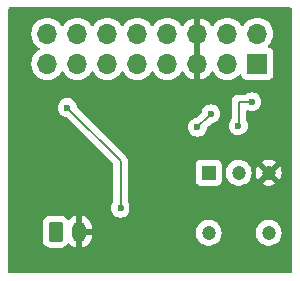
<source format=gbr>
%TF.GenerationSoftware,KiCad,Pcbnew,8.0.1*%
%TF.CreationDate,2024-03-24T19:04:35+02:00*%
%TF.ProjectId,PowerKiCad-CLRMAT005,506f7765-724b-4694-9361-642d434c524d,rev?*%
%TF.SameCoordinates,Original*%
%TF.FileFunction,Copper,L2,Bot*%
%TF.FilePolarity,Positive*%
%FSLAX46Y46*%
G04 Gerber Fmt 4.6, Leading zero omitted, Abs format (unit mm)*
G04 Created by KiCad (PCBNEW 8.0.1) date 2024-03-24 19:04:35*
%MOMM*%
%LPD*%
G01*
G04 APERTURE LIST*
G04 Aperture macros list*
%AMRoundRect*
0 Rectangle with rounded corners*
0 $1 Rounding radius*
0 $2 $3 $4 $5 $6 $7 $8 $9 X,Y pos of 4 corners*
0 Add a 4 corners polygon primitive as box body*
4,1,4,$2,$3,$4,$5,$6,$7,$8,$9,$2,$3,0*
0 Add four circle primitives for the rounded corners*
1,1,$1+$1,$2,$3*
1,1,$1+$1,$4,$5*
1,1,$1+$1,$6,$7*
1,1,$1+$1,$8,$9*
0 Add four rect primitives between the rounded corners*
20,1,$1+$1,$2,$3,$4,$5,0*
20,1,$1+$1,$4,$5,$6,$7,0*
20,1,$1+$1,$6,$7,$8,$9,0*
20,1,$1+$1,$8,$9,$2,$3,0*%
G04 Aperture macros list end*
%TA.AperFunction,ComponentPad*%
%ADD10C,1.200000*%
%TD*%
%TA.AperFunction,ComponentPad*%
%ADD11R,1.200000X1.200000*%
%TD*%
%TA.AperFunction,ComponentPad*%
%ADD12R,1.700000X1.700000*%
%TD*%
%TA.AperFunction,ComponentPad*%
%ADD13O,1.700000X1.700000*%
%TD*%
%TA.AperFunction,ComponentPad*%
%ADD14RoundRect,0.250000X-0.350000X-0.625000X0.350000X-0.625000X0.350000X0.625000X-0.350000X0.625000X0*%
%TD*%
%TA.AperFunction,ComponentPad*%
%ADD15O,1.200000X1.750000*%
%TD*%
%TA.AperFunction,ViaPad*%
%ADD16C,0.600000*%
%TD*%
%TA.AperFunction,Conductor*%
%ADD17C,0.400000*%
%TD*%
%TA.AperFunction,Conductor*%
%ADD18C,0.200000*%
%TD*%
G04 APERTURE END LIST*
D10*
%TO.P,SW1,*%
%TO.N,*%
X149960000Y-103080000D03*
X155040000Y-103080000D03*
D11*
%TO.P,SW1,1,A*%
%TO.N,/BATT*%
X149960000Y-98000000D03*
D10*
%TO.P,SW1,2,B*%
%TO.N,/BATT_IN*%
X152500000Y-98000000D03*
%TO.P,SW1,3,C*%
%TO.N,GND*%
X155040000Y-98000000D03*
%TD*%
D12*
%TO.P,J1,1,Pin_1*%
%TO.N,/Motor2_A*%
X154080000Y-88775000D03*
D13*
%TO.P,J1,2,Pin_2*%
%TO.N,/PC6*%
X154080000Y-86235000D03*
%TO.P,J1,3,Pin_3*%
%TO.N,/Motor2_B*%
X151540000Y-88775000D03*
%TO.P,J1,4,Pin_4*%
%TO.N,/PC7*%
X151540000Y-86235000D03*
%TO.P,J1,5,Pin_5*%
%TO.N,GND*%
X149000000Y-88775000D03*
%TO.P,J1,6,Pin_6*%
X149000000Y-86235000D03*
%TO.P,J1,7,Pin_7*%
%TO.N,/BATT*%
X146460000Y-88775000D03*
%TO.P,J1,8,Pin_8*%
X146460000Y-86235000D03*
%TO.P,J1,9,Pin_9*%
%TO.N,/PD7*%
X143920000Y-88775000D03*
%TO.P,J1,10,Pin_10*%
%TO.N,/BATT_ADC*%
X143920000Y-86235000D03*
%TO.P,J1,11,Pin_11*%
%TO.N,+5V*%
X141380000Y-88775000D03*
%TO.P,J1,12,Pin_12*%
X141380000Y-86235000D03*
%TO.P,J1,13,Pin_13*%
%TO.N,/Motor1_A*%
X138840000Y-88775000D03*
%TO.P,J1,14,Pin_14*%
%TO.N,/PC8*%
X138840000Y-86235000D03*
%TO.P,J1,15,Pin_15*%
%TO.N,/Motor1_B*%
X136300000Y-88775000D03*
%TO.P,J1,16,Pin_16*%
%TO.N,/PC9*%
X136300000Y-86235000D03*
%TD*%
D14*
%TO.P,J2,1,Pin_1*%
%TO.N,/BATT*%
X137000000Y-103000000D03*
D15*
%TO.P,J2,2,Pin_2*%
%TO.N,GND*%
X139000000Y-103000000D03*
%TD*%
D16*
%TO.N,GND*%
X146500000Y-95500000D03*
X155000000Y-96000000D03*
X150000000Y-84500000D03*
X143500000Y-101000000D03*
X151500000Y-96500000D03*
X136000000Y-94000000D03*
X143500000Y-98312500D03*
%TO.N,/BATT_ADC*%
X150145686Y-93014314D03*
X149014314Y-94145686D03*
%TO.N,/BATT_IN*%
X142500000Y-101000000D03*
X138000000Y-92500000D03*
X152473199Y-94026801D03*
X153600000Y-92000000D03*
%TD*%
D17*
%TO.N,GND*%
X143500000Y-98312500D02*
X143500000Y-101000000D01*
D18*
%TO.N,/BATT_ADC*%
X150000000Y-93160000D02*
X150000000Y-93000000D01*
X150131372Y-93000000D02*
X150145686Y-93014314D01*
X149014314Y-94145686D02*
X150000000Y-93160000D01*
X150000000Y-93000000D02*
X150131372Y-93000000D01*
%TO.N,/BATT_IN*%
X152500000Y-92000000D02*
X152500000Y-94000000D01*
X153600000Y-92000000D02*
X152500000Y-92000000D01*
X152500000Y-94000000D02*
X152473199Y-94026801D01*
X142500000Y-101000000D02*
X142500000Y-97000000D01*
X142500000Y-97000000D02*
X138000000Y-92500000D01*
%TD*%
%TA.AperFunction,Conductor*%
%TO.N,GND*%
G36*
X149250000Y-88341988D02*
G01*
X149192993Y-88309075D01*
X149065826Y-88275000D01*
X148934174Y-88275000D01*
X148807007Y-88309075D01*
X148750000Y-88341988D01*
X148750000Y-86668012D01*
X148807007Y-86700925D01*
X148934174Y-86735000D01*
X149065826Y-86735000D01*
X149192993Y-86700925D01*
X149250000Y-86668012D01*
X149250000Y-88341988D01*
G37*
%TD.AperFunction*%
%TA.AperFunction,Conductor*%
G36*
X156942539Y-84020185D02*
G01*
X156988294Y-84072989D01*
X156999500Y-84124500D01*
X156999500Y-106376000D01*
X156979815Y-106443039D01*
X156927011Y-106488794D01*
X156875500Y-106500000D01*
X133124500Y-106500000D01*
X133057461Y-106480315D01*
X133011706Y-106427511D01*
X133000500Y-106376000D01*
X133000500Y-103675001D01*
X135899500Y-103675001D01*
X135899501Y-103675018D01*
X135910000Y-103777796D01*
X135910001Y-103777799D01*
X135965185Y-103944331D01*
X135965186Y-103944334D01*
X136057288Y-104093656D01*
X136181344Y-104217712D01*
X136330666Y-104309814D01*
X136497203Y-104364999D01*
X136599991Y-104375500D01*
X137400008Y-104375499D01*
X137400016Y-104375498D01*
X137400019Y-104375498D01*
X137456302Y-104369748D01*
X137502797Y-104364999D01*
X137669334Y-104309814D01*
X137818656Y-104217712D01*
X137942712Y-104093656D01*
X137982581Y-104029016D01*
X138034525Y-103982294D01*
X138103488Y-103971071D01*
X138167570Y-103998914D01*
X138175799Y-104006434D01*
X138283397Y-104114032D01*
X138423475Y-104215804D01*
X138577744Y-104294408D01*
X138742415Y-104347914D01*
X138742414Y-104347914D01*
X138749999Y-104349115D01*
X138750000Y-104349114D01*
X138750000Y-103280330D01*
X138769745Y-103300075D01*
X138855255Y-103349444D01*
X138950630Y-103375000D01*
X139049370Y-103375000D01*
X139144745Y-103349444D01*
X139230255Y-103300075D01*
X139250000Y-103280330D01*
X139250000Y-104349115D01*
X139257584Y-104347914D01*
X139422255Y-104294408D01*
X139576524Y-104215804D01*
X139716602Y-104114032D01*
X139839032Y-103991602D01*
X139940804Y-103851524D01*
X140019408Y-103697257D01*
X140072914Y-103532584D01*
X140100000Y-103361571D01*
X140100000Y-103250000D01*
X139280330Y-103250000D01*
X139300075Y-103230255D01*
X139349444Y-103144745D01*
X139366793Y-103080000D01*
X148854785Y-103080000D01*
X148873602Y-103283082D01*
X148929417Y-103479247D01*
X148929422Y-103479260D01*
X149020327Y-103661821D01*
X149143237Y-103824581D01*
X149293958Y-103961980D01*
X149293960Y-103961982D01*
X149353608Y-103998914D01*
X149467363Y-104069348D01*
X149657544Y-104143024D01*
X149858024Y-104180500D01*
X149858026Y-104180500D01*
X150061974Y-104180500D01*
X150061976Y-104180500D01*
X150262456Y-104143024D01*
X150452637Y-104069348D01*
X150626041Y-103961981D01*
X150776764Y-103824579D01*
X150899673Y-103661821D01*
X150990582Y-103479250D01*
X151046397Y-103283083D01*
X151065215Y-103080000D01*
X153934785Y-103080000D01*
X153953602Y-103283082D01*
X154009417Y-103479247D01*
X154009422Y-103479260D01*
X154100327Y-103661821D01*
X154223237Y-103824581D01*
X154373958Y-103961980D01*
X154373960Y-103961982D01*
X154433608Y-103998914D01*
X154547363Y-104069348D01*
X154737544Y-104143024D01*
X154938024Y-104180500D01*
X154938026Y-104180500D01*
X155141974Y-104180500D01*
X155141976Y-104180500D01*
X155342456Y-104143024D01*
X155532637Y-104069348D01*
X155706041Y-103961981D01*
X155856764Y-103824579D01*
X155979673Y-103661821D01*
X156070582Y-103479250D01*
X156126397Y-103283083D01*
X156145215Y-103080000D01*
X156126397Y-102876917D01*
X156070582Y-102680750D01*
X156055547Y-102650556D01*
X156026272Y-102591764D01*
X155979673Y-102498179D01*
X155856764Y-102335421D01*
X155856762Y-102335418D01*
X155706041Y-102198019D01*
X155706039Y-102198017D01*
X155532642Y-102090655D01*
X155532635Y-102090651D01*
X155368460Y-102027050D01*
X155342456Y-102016976D01*
X155141976Y-101979500D01*
X154938024Y-101979500D01*
X154737544Y-102016976D01*
X154737541Y-102016976D01*
X154737541Y-102016977D01*
X154547364Y-102090651D01*
X154547357Y-102090655D01*
X154373960Y-102198017D01*
X154373958Y-102198019D01*
X154223237Y-102335418D01*
X154100327Y-102498178D01*
X154009422Y-102680739D01*
X154009417Y-102680752D01*
X153953602Y-102876917D01*
X153934785Y-103079999D01*
X153934785Y-103080000D01*
X151065215Y-103080000D01*
X151046397Y-102876917D01*
X150990582Y-102680750D01*
X150975547Y-102650556D01*
X150946272Y-102591764D01*
X150899673Y-102498179D01*
X150776764Y-102335421D01*
X150776762Y-102335418D01*
X150626041Y-102198019D01*
X150626039Y-102198017D01*
X150452642Y-102090655D01*
X150452635Y-102090651D01*
X150288460Y-102027050D01*
X150262456Y-102016976D01*
X150061976Y-101979500D01*
X149858024Y-101979500D01*
X149657544Y-102016976D01*
X149657541Y-102016976D01*
X149657541Y-102016977D01*
X149467364Y-102090651D01*
X149467357Y-102090655D01*
X149293960Y-102198017D01*
X149293958Y-102198019D01*
X149143237Y-102335418D01*
X149020327Y-102498178D01*
X148929422Y-102680739D01*
X148929417Y-102680752D01*
X148873602Y-102876917D01*
X148854785Y-103079999D01*
X148854785Y-103080000D01*
X139366793Y-103080000D01*
X139375000Y-103049370D01*
X139375000Y-102950630D01*
X139349444Y-102855255D01*
X139300075Y-102769745D01*
X139280330Y-102750000D01*
X140100000Y-102750000D01*
X140100000Y-102638428D01*
X140072914Y-102467415D01*
X140019408Y-102302742D01*
X139940804Y-102148475D01*
X139839032Y-102008397D01*
X139716602Y-101885967D01*
X139576524Y-101784195D01*
X139422257Y-101705591D01*
X139257589Y-101652087D01*
X139257581Y-101652085D01*
X139250000Y-101650884D01*
X139250000Y-102719670D01*
X139230255Y-102699925D01*
X139144745Y-102650556D01*
X139049370Y-102625000D01*
X138950630Y-102625000D01*
X138855255Y-102650556D01*
X138769745Y-102699925D01*
X138750000Y-102719670D01*
X138750000Y-101650884D01*
X138749999Y-101650884D01*
X138742418Y-101652085D01*
X138742410Y-101652087D01*
X138577742Y-101705591D01*
X138423475Y-101784195D01*
X138283401Y-101885964D01*
X138175799Y-101993566D01*
X138114476Y-102027050D01*
X138044784Y-102022066D01*
X137988851Y-101980194D01*
X137982585Y-101970988D01*
X137942712Y-101906344D01*
X137818656Y-101782288D01*
X137669334Y-101690186D01*
X137502797Y-101635001D01*
X137502795Y-101635000D01*
X137400010Y-101624500D01*
X136599998Y-101624500D01*
X136599980Y-101624501D01*
X136497203Y-101635000D01*
X136497200Y-101635001D01*
X136330668Y-101690185D01*
X136330663Y-101690187D01*
X136181342Y-101782289D01*
X136057289Y-101906342D01*
X135965187Y-102055663D01*
X135965186Y-102055666D01*
X135910001Y-102222203D01*
X135910001Y-102222204D01*
X135910000Y-102222204D01*
X135899500Y-102324983D01*
X135899500Y-103675001D01*
X133000500Y-103675001D01*
X133000500Y-92500003D01*
X137194435Y-92500003D01*
X137214630Y-92679249D01*
X137214631Y-92679254D01*
X137274211Y-92849523D01*
X137346832Y-92965098D01*
X137370184Y-93002262D01*
X137497738Y-93129816D01*
X137650478Y-93225789D01*
X137820745Y-93285368D01*
X137907669Y-93295161D01*
X137972080Y-93322226D01*
X137981465Y-93330700D01*
X141863181Y-97212416D01*
X141896666Y-97273739D01*
X141899500Y-97300097D01*
X141899500Y-100417587D01*
X141879815Y-100484626D01*
X141872450Y-100494896D01*
X141870186Y-100497734D01*
X141774211Y-100650476D01*
X141714631Y-100820745D01*
X141714630Y-100820750D01*
X141694435Y-100999996D01*
X141694435Y-101000003D01*
X141714630Y-101179249D01*
X141714631Y-101179254D01*
X141774211Y-101349523D01*
X141870184Y-101502262D01*
X141997738Y-101629816D01*
X142150478Y-101725789D01*
X142311943Y-101782288D01*
X142320745Y-101785368D01*
X142320750Y-101785369D01*
X142499996Y-101805565D01*
X142500000Y-101805565D01*
X142500004Y-101805565D01*
X142679249Y-101785369D01*
X142679252Y-101785368D01*
X142679255Y-101785368D01*
X142849522Y-101725789D01*
X143002262Y-101629816D01*
X143129816Y-101502262D01*
X143225789Y-101349522D01*
X143285368Y-101179255D01*
X143305565Y-101000000D01*
X143285368Y-100820745D01*
X143225789Y-100650478D01*
X143129816Y-100497738D01*
X143129814Y-100497736D01*
X143129813Y-100497734D01*
X143127550Y-100494896D01*
X143126659Y-100492715D01*
X143126111Y-100491842D01*
X143126264Y-100491745D01*
X143101144Y-100430209D01*
X143100500Y-100417587D01*
X143100500Y-98647870D01*
X148859500Y-98647870D01*
X148859501Y-98647876D01*
X148865908Y-98707483D01*
X148916202Y-98842328D01*
X148916206Y-98842335D01*
X149002452Y-98957544D01*
X149002455Y-98957547D01*
X149117664Y-99043793D01*
X149117671Y-99043797D01*
X149252517Y-99094091D01*
X149252516Y-99094091D01*
X149259444Y-99094835D01*
X149312127Y-99100500D01*
X150607872Y-99100499D01*
X150667483Y-99094091D01*
X150802331Y-99043796D01*
X150917546Y-98957546D01*
X151003796Y-98842331D01*
X151054091Y-98707483D01*
X151060500Y-98647873D01*
X151060499Y-98000000D01*
X151394785Y-98000000D01*
X151413602Y-98203082D01*
X151469417Y-98399247D01*
X151469422Y-98399260D01*
X151560327Y-98581821D01*
X151683237Y-98744581D01*
X151833958Y-98881980D01*
X151833960Y-98881982D01*
X151918360Y-98934240D01*
X152007363Y-98989348D01*
X152197544Y-99063024D01*
X152398024Y-99100500D01*
X152398026Y-99100500D01*
X152601974Y-99100500D01*
X152601976Y-99100500D01*
X152802456Y-99063024D01*
X152992637Y-98989348D01*
X153081640Y-98934240D01*
X154459311Y-98934240D01*
X154547585Y-98988897D01*
X154737678Y-99062539D01*
X154938072Y-99100000D01*
X155141928Y-99100000D01*
X155342322Y-99062539D01*
X155532412Y-98988899D01*
X155532416Y-98988897D01*
X155620686Y-98934241D01*
X155620686Y-98934240D01*
X155040001Y-98353553D01*
X155040000Y-98353553D01*
X154459311Y-98934240D01*
X153081640Y-98934240D01*
X153166041Y-98881981D01*
X153316764Y-98744579D01*
X153439673Y-98581821D01*
X153530582Y-98399250D01*
X153586397Y-98203083D01*
X153605215Y-98000000D01*
X153935287Y-98000000D01*
X153954096Y-98202989D01*
X153954097Y-98202992D01*
X154009883Y-98399063D01*
X154009886Y-98399069D01*
X154100751Y-98581551D01*
X154102533Y-98583911D01*
X154646950Y-98039496D01*
X154740000Y-98039496D01*
X154760444Y-98115796D01*
X154799940Y-98184205D01*
X154855795Y-98240060D01*
X154924204Y-98279556D01*
X155000504Y-98300000D01*
X155079496Y-98300000D01*
X155155796Y-98279556D01*
X155224205Y-98240060D01*
X155280060Y-98184205D01*
X155319556Y-98115796D01*
X155340000Y-98039496D01*
X155340000Y-98000000D01*
X155393553Y-98000000D01*
X155977465Y-98583912D01*
X155979247Y-98581553D01*
X155979248Y-98581551D01*
X156070113Y-98399069D01*
X156070116Y-98399063D01*
X156125902Y-98202992D01*
X156125903Y-98202989D01*
X156144713Y-98000000D01*
X156144713Y-97999999D01*
X156125903Y-97797010D01*
X156125902Y-97797007D01*
X156070116Y-97600936D01*
X156070113Y-97600930D01*
X155979249Y-97418449D01*
X155979247Y-97418447D01*
X155977465Y-97416087D01*
X155393553Y-98000000D01*
X155340000Y-98000000D01*
X155340000Y-97960504D01*
X155319556Y-97884204D01*
X155280060Y-97815795D01*
X155224205Y-97759940D01*
X155155796Y-97720444D01*
X155079496Y-97700000D01*
X155000504Y-97700000D01*
X154924204Y-97720444D01*
X154855795Y-97759940D01*
X154799940Y-97815795D01*
X154760444Y-97884204D01*
X154740000Y-97960504D01*
X154740000Y-98039496D01*
X154646950Y-98039496D01*
X154686446Y-98000000D01*
X154686446Y-97999999D01*
X154102533Y-97416087D01*
X154100755Y-97418442D01*
X154100754Y-97418443D01*
X154009886Y-97600930D01*
X154009883Y-97600936D01*
X153954097Y-97797007D01*
X153954096Y-97797010D01*
X153935287Y-97999999D01*
X153935287Y-98000000D01*
X153605215Y-98000000D01*
X153586397Y-97796917D01*
X153530582Y-97600750D01*
X153439673Y-97418179D01*
X153316764Y-97255421D01*
X153316762Y-97255418D01*
X153166041Y-97118019D01*
X153166039Y-97118017D01*
X153081637Y-97065758D01*
X154459311Y-97065758D01*
X155040000Y-97646446D01*
X155040001Y-97646446D01*
X155620687Y-97065758D01*
X155532413Y-97011101D01*
X155532411Y-97011100D01*
X155342321Y-96937460D01*
X155141928Y-96900000D01*
X154938072Y-96900000D01*
X154737678Y-96937460D01*
X154547588Y-97011100D01*
X154547581Y-97011104D01*
X154459312Y-97065757D01*
X154459311Y-97065758D01*
X153081637Y-97065758D01*
X152992642Y-97010655D01*
X152992635Y-97010651D01*
X152897546Y-96973814D01*
X152802456Y-96936976D01*
X152601976Y-96899500D01*
X152398024Y-96899500D01*
X152197544Y-96936976D01*
X152197541Y-96936976D01*
X152197541Y-96936977D01*
X152007364Y-97010651D01*
X152007357Y-97010655D01*
X151833960Y-97118017D01*
X151833958Y-97118019D01*
X151683237Y-97255418D01*
X151560327Y-97418178D01*
X151469422Y-97600739D01*
X151469417Y-97600752D01*
X151413602Y-97796917D01*
X151394785Y-97999999D01*
X151394785Y-98000000D01*
X151060499Y-98000000D01*
X151060499Y-97352128D01*
X151054091Y-97292517D01*
X151047087Y-97273739D01*
X151003797Y-97157671D01*
X151003793Y-97157664D01*
X150917547Y-97042455D01*
X150917544Y-97042452D01*
X150802335Y-96956206D01*
X150802328Y-96956202D01*
X150667482Y-96905908D01*
X150667483Y-96905908D01*
X150607883Y-96899501D01*
X150607881Y-96899500D01*
X150607873Y-96899500D01*
X150607864Y-96899500D01*
X149312129Y-96899500D01*
X149312123Y-96899501D01*
X149252516Y-96905908D01*
X149117671Y-96956202D01*
X149117664Y-96956206D01*
X149002455Y-97042452D01*
X149002452Y-97042455D01*
X148916206Y-97157664D01*
X148916202Y-97157671D01*
X148865908Y-97292517D01*
X148859501Y-97352116D01*
X148859501Y-97352123D01*
X148859500Y-97352135D01*
X148859500Y-98647870D01*
X143100500Y-98647870D01*
X143100500Y-97089059D01*
X143100501Y-97089046D01*
X143100501Y-96920945D01*
X143100501Y-96920943D01*
X143059577Y-96768215D01*
X143030639Y-96718095D01*
X142980520Y-96631284D01*
X142868716Y-96519480D01*
X142868715Y-96519479D01*
X142864385Y-96515149D01*
X142864374Y-96515139D01*
X140494924Y-94145689D01*
X148208749Y-94145689D01*
X148228944Y-94324935D01*
X148228945Y-94324940D01*
X148288525Y-94495209D01*
X148384498Y-94647948D01*
X148512052Y-94775502D01*
X148664792Y-94871475D01*
X148835059Y-94931054D01*
X148835064Y-94931055D01*
X149014310Y-94951251D01*
X149014314Y-94951251D01*
X149014318Y-94951251D01*
X149193563Y-94931055D01*
X149193566Y-94931054D01*
X149193569Y-94931054D01*
X149363836Y-94871475D01*
X149516576Y-94775502D01*
X149644130Y-94647948D01*
X149740103Y-94495208D01*
X149799682Y-94324941D01*
X149809475Y-94238015D01*
X149836540Y-94173604D01*
X149845004Y-94164229D01*
X149982429Y-94026804D01*
X151667634Y-94026804D01*
X151687829Y-94206050D01*
X151687830Y-94206055D01*
X151747410Y-94376324D01*
X151822110Y-94495207D01*
X151843383Y-94529063D01*
X151970937Y-94656617D01*
X152123677Y-94752590D01*
X152189153Y-94775501D01*
X152293944Y-94812169D01*
X152293949Y-94812170D01*
X152473195Y-94832366D01*
X152473199Y-94832366D01*
X152473203Y-94832366D01*
X152652448Y-94812170D01*
X152652451Y-94812169D01*
X152652454Y-94812169D01*
X152822721Y-94752590D01*
X152975461Y-94656617D01*
X153103015Y-94529063D01*
X153198988Y-94376323D01*
X153258567Y-94206056D01*
X153259824Y-94194901D01*
X153278764Y-94026804D01*
X153278764Y-94026797D01*
X153258568Y-93847551D01*
X153258567Y-93847546D01*
X153198987Y-93677277D01*
X153119506Y-93550784D01*
X153100500Y-93484812D01*
X153100500Y-92848071D01*
X153120185Y-92781032D01*
X153172989Y-92735277D01*
X153242147Y-92725333D01*
X153265455Y-92731030D01*
X153420737Y-92785366D01*
X153420743Y-92785367D01*
X153420745Y-92785368D01*
X153420746Y-92785368D01*
X153420750Y-92785369D01*
X153599996Y-92805565D01*
X153600000Y-92805565D01*
X153600004Y-92805565D01*
X153779249Y-92785369D01*
X153779252Y-92785368D01*
X153779255Y-92785368D01*
X153949522Y-92725789D01*
X154102262Y-92629816D01*
X154229816Y-92502262D01*
X154325789Y-92349522D01*
X154385368Y-92179255D01*
X154385369Y-92179249D01*
X154405565Y-92000003D01*
X154405565Y-91999996D01*
X154385369Y-91820750D01*
X154385368Y-91820745D01*
X154325788Y-91650476D01*
X154229815Y-91497737D01*
X154102262Y-91370184D01*
X153949523Y-91274211D01*
X153779254Y-91214631D01*
X153779249Y-91214630D01*
X153600004Y-91194435D01*
X153599996Y-91194435D01*
X153420750Y-91214630D01*
X153420745Y-91214631D01*
X153250476Y-91274211D01*
X153097736Y-91370185D01*
X153094903Y-91372445D01*
X153092724Y-91373334D01*
X153091842Y-91373889D01*
X153091744Y-91373734D01*
X153030217Y-91398855D01*
X153017588Y-91399500D01*
X152420943Y-91399500D01*
X152268216Y-91440423D01*
X152268209Y-91440426D01*
X152131290Y-91519475D01*
X152131282Y-91519481D01*
X152019481Y-91631282D01*
X152019475Y-91631290D01*
X151940426Y-91768209D01*
X151940423Y-91768216D01*
X151899500Y-91920943D01*
X151899500Y-93417060D01*
X151879815Y-93484099D01*
X151863181Y-93504741D01*
X151843383Y-93524538D01*
X151747410Y-93677277D01*
X151687830Y-93847546D01*
X151687829Y-93847551D01*
X151667634Y-94026797D01*
X151667634Y-94026804D01*
X149982429Y-94026804D01*
X150164221Y-93845012D01*
X150225542Y-93811529D01*
X150237997Y-93809477D01*
X150324941Y-93799682D01*
X150495208Y-93740103D01*
X150647948Y-93644130D01*
X150775502Y-93516576D01*
X150871475Y-93363836D01*
X150931054Y-93193569D01*
X150931055Y-93193563D01*
X150951251Y-93014317D01*
X150951251Y-93014310D01*
X150931055Y-92835064D01*
X150931054Y-92835059D01*
X150896139Y-92735277D01*
X150871475Y-92664792D01*
X150849497Y-92629815D01*
X150775501Y-92512051D01*
X150647948Y-92384498D01*
X150495209Y-92288525D01*
X150324940Y-92228945D01*
X150324935Y-92228944D01*
X150145690Y-92208749D01*
X150145682Y-92208749D01*
X149966436Y-92228944D01*
X149966431Y-92228945D01*
X149796162Y-92288525D01*
X149643423Y-92384498D01*
X149515870Y-92512051D01*
X149419896Y-92664792D01*
X149360316Y-92835064D01*
X149350523Y-92921982D01*
X149323456Y-92986396D01*
X149314984Y-92995779D01*
X148995779Y-93314984D01*
X148934456Y-93348469D01*
X148921982Y-93350523D01*
X148835064Y-93360316D01*
X148664792Y-93419896D01*
X148512051Y-93515870D01*
X148384498Y-93643423D01*
X148288525Y-93796162D01*
X148228945Y-93966431D01*
X148228944Y-93966436D01*
X148208749Y-94145682D01*
X148208749Y-94145689D01*
X140494924Y-94145689D01*
X138830700Y-92481465D01*
X138797215Y-92420142D01*
X138795163Y-92407686D01*
X138785368Y-92320745D01*
X138725789Y-92150478D01*
X138629816Y-91997738D01*
X138502262Y-91870184D01*
X138349523Y-91774211D01*
X138179254Y-91714631D01*
X138179249Y-91714630D01*
X138000004Y-91694435D01*
X137999996Y-91694435D01*
X137820750Y-91714630D01*
X137820745Y-91714631D01*
X137650476Y-91774211D01*
X137497737Y-91870184D01*
X137370184Y-91997737D01*
X137274211Y-92150476D01*
X137214631Y-92320745D01*
X137214630Y-92320750D01*
X137194435Y-92499996D01*
X137194435Y-92500003D01*
X133000500Y-92500003D01*
X133000500Y-88775000D01*
X134944341Y-88775000D01*
X134964936Y-89010403D01*
X134964938Y-89010413D01*
X135026094Y-89238655D01*
X135026096Y-89238659D01*
X135026097Y-89238663D01*
X135105801Y-89409588D01*
X135125965Y-89452830D01*
X135125967Y-89452834D01*
X135234281Y-89607521D01*
X135261505Y-89646401D01*
X135428599Y-89813495D01*
X135525384Y-89881265D01*
X135622165Y-89949032D01*
X135622167Y-89949033D01*
X135622170Y-89949035D01*
X135836337Y-90048903D01*
X136064592Y-90110063D01*
X136241034Y-90125500D01*
X136299999Y-90130659D01*
X136300000Y-90130659D01*
X136300001Y-90130659D01*
X136358966Y-90125500D01*
X136535408Y-90110063D01*
X136763663Y-90048903D01*
X136977830Y-89949035D01*
X137171401Y-89813495D01*
X137338495Y-89646401D01*
X137468425Y-89460842D01*
X137523002Y-89417217D01*
X137592500Y-89410023D01*
X137654855Y-89441546D01*
X137671575Y-89460842D01*
X137801500Y-89646395D01*
X137801505Y-89646401D01*
X137968599Y-89813495D01*
X138065384Y-89881265D01*
X138162165Y-89949032D01*
X138162167Y-89949033D01*
X138162170Y-89949035D01*
X138376337Y-90048903D01*
X138604592Y-90110063D01*
X138781034Y-90125500D01*
X138839999Y-90130659D01*
X138840000Y-90130659D01*
X138840001Y-90130659D01*
X138898966Y-90125500D01*
X139075408Y-90110063D01*
X139303663Y-90048903D01*
X139517830Y-89949035D01*
X139711401Y-89813495D01*
X139878495Y-89646401D01*
X140008425Y-89460842D01*
X140063002Y-89417217D01*
X140132500Y-89410023D01*
X140194855Y-89441546D01*
X140211575Y-89460842D01*
X140341500Y-89646395D01*
X140341505Y-89646401D01*
X140508599Y-89813495D01*
X140605384Y-89881265D01*
X140702165Y-89949032D01*
X140702167Y-89949033D01*
X140702170Y-89949035D01*
X140916337Y-90048903D01*
X141144592Y-90110063D01*
X141321034Y-90125500D01*
X141379999Y-90130659D01*
X141380000Y-90130659D01*
X141380001Y-90130659D01*
X141438966Y-90125500D01*
X141615408Y-90110063D01*
X141843663Y-90048903D01*
X142057830Y-89949035D01*
X142251401Y-89813495D01*
X142418495Y-89646401D01*
X142548425Y-89460842D01*
X142603002Y-89417217D01*
X142672500Y-89410023D01*
X142734855Y-89441546D01*
X142751575Y-89460842D01*
X142881500Y-89646395D01*
X142881505Y-89646401D01*
X143048599Y-89813495D01*
X143145384Y-89881265D01*
X143242165Y-89949032D01*
X143242167Y-89949033D01*
X143242170Y-89949035D01*
X143456337Y-90048903D01*
X143684592Y-90110063D01*
X143861034Y-90125500D01*
X143919999Y-90130659D01*
X143920000Y-90130659D01*
X143920001Y-90130659D01*
X143978966Y-90125500D01*
X144155408Y-90110063D01*
X144383663Y-90048903D01*
X144597830Y-89949035D01*
X144791401Y-89813495D01*
X144958495Y-89646401D01*
X145088425Y-89460842D01*
X145143002Y-89417217D01*
X145212500Y-89410023D01*
X145274855Y-89441546D01*
X145291575Y-89460842D01*
X145421500Y-89646395D01*
X145421505Y-89646401D01*
X145588599Y-89813495D01*
X145685384Y-89881265D01*
X145782165Y-89949032D01*
X145782167Y-89949033D01*
X145782170Y-89949035D01*
X145996337Y-90048903D01*
X146224592Y-90110063D01*
X146401034Y-90125500D01*
X146459999Y-90130659D01*
X146460000Y-90130659D01*
X146460001Y-90130659D01*
X146518966Y-90125500D01*
X146695408Y-90110063D01*
X146923663Y-90048903D01*
X147137830Y-89949035D01*
X147331401Y-89813495D01*
X147498495Y-89646401D01*
X147628730Y-89460405D01*
X147683307Y-89416781D01*
X147752805Y-89409587D01*
X147815160Y-89441110D01*
X147831879Y-89460405D01*
X147961890Y-89646078D01*
X148128917Y-89813105D01*
X148322421Y-89948600D01*
X148536507Y-90048429D01*
X148536516Y-90048433D01*
X148750000Y-90105634D01*
X148750000Y-89208012D01*
X148807007Y-89240925D01*
X148934174Y-89275000D01*
X149065826Y-89275000D01*
X149192993Y-89240925D01*
X149250000Y-89208012D01*
X149250000Y-90105633D01*
X149463483Y-90048433D01*
X149463492Y-90048429D01*
X149677578Y-89948600D01*
X149871082Y-89813105D01*
X150038105Y-89646082D01*
X150168119Y-89460405D01*
X150222696Y-89416781D01*
X150292195Y-89409588D01*
X150354549Y-89441110D01*
X150371269Y-89460405D01*
X150501505Y-89646401D01*
X150668599Y-89813495D01*
X150765384Y-89881265D01*
X150862165Y-89949032D01*
X150862167Y-89949033D01*
X150862170Y-89949035D01*
X151076337Y-90048903D01*
X151304592Y-90110063D01*
X151481034Y-90125500D01*
X151539999Y-90130659D01*
X151540000Y-90130659D01*
X151540001Y-90130659D01*
X151598966Y-90125500D01*
X151775408Y-90110063D01*
X152003663Y-90048903D01*
X152217830Y-89949035D01*
X152411401Y-89813495D01*
X152533329Y-89691566D01*
X152594648Y-89658084D01*
X152664340Y-89663068D01*
X152720274Y-89704939D01*
X152737189Y-89735917D01*
X152786202Y-89867328D01*
X152786206Y-89867335D01*
X152872452Y-89982544D01*
X152872455Y-89982547D01*
X152987664Y-90068793D01*
X152987671Y-90068797D01*
X153122517Y-90119091D01*
X153122516Y-90119091D01*
X153129444Y-90119835D01*
X153182127Y-90125500D01*
X154977872Y-90125499D01*
X155037483Y-90119091D01*
X155172331Y-90068796D01*
X155287546Y-89982546D01*
X155373796Y-89867331D01*
X155424091Y-89732483D01*
X155430500Y-89672873D01*
X155430499Y-87877128D01*
X155424091Y-87817517D01*
X155422810Y-87814083D01*
X155373797Y-87682671D01*
X155373793Y-87682664D01*
X155287547Y-87567455D01*
X155287544Y-87567452D01*
X155172335Y-87481206D01*
X155172328Y-87481202D01*
X155040917Y-87432189D01*
X154984983Y-87390318D01*
X154960566Y-87324853D01*
X154975418Y-87256580D01*
X154996563Y-87228332D01*
X155118495Y-87106401D01*
X155254035Y-86912830D01*
X155353903Y-86698663D01*
X155415063Y-86470408D01*
X155435659Y-86235000D01*
X155415063Y-85999592D01*
X155353903Y-85771337D01*
X155254035Y-85557171D01*
X155248731Y-85549595D01*
X155118494Y-85363597D01*
X154951402Y-85196506D01*
X154951395Y-85196501D01*
X154757834Y-85060967D01*
X154757830Y-85060965D01*
X154757828Y-85060964D01*
X154543663Y-84961097D01*
X154543659Y-84961096D01*
X154543655Y-84961094D01*
X154315413Y-84899938D01*
X154315403Y-84899936D01*
X154080001Y-84879341D01*
X154079999Y-84879341D01*
X153844596Y-84899936D01*
X153844586Y-84899938D01*
X153616344Y-84961094D01*
X153616335Y-84961098D01*
X153402171Y-85060964D01*
X153402169Y-85060965D01*
X153208597Y-85196505D01*
X153041505Y-85363597D01*
X152911575Y-85549158D01*
X152856998Y-85592783D01*
X152787500Y-85599977D01*
X152725145Y-85568454D01*
X152708425Y-85549158D01*
X152578494Y-85363597D01*
X152411402Y-85196506D01*
X152411395Y-85196501D01*
X152217834Y-85060967D01*
X152217830Y-85060965D01*
X152217828Y-85060964D01*
X152003663Y-84961097D01*
X152003659Y-84961096D01*
X152003655Y-84961094D01*
X151775413Y-84899938D01*
X151775403Y-84899936D01*
X151540001Y-84879341D01*
X151539999Y-84879341D01*
X151304596Y-84899936D01*
X151304586Y-84899938D01*
X151076344Y-84961094D01*
X151076335Y-84961098D01*
X150862171Y-85060964D01*
X150862169Y-85060965D01*
X150668597Y-85196505D01*
X150501508Y-85363594D01*
X150371269Y-85549595D01*
X150316692Y-85593219D01*
X150247193Y-85600412D01*
X150184839Y-85568890D01*
X150168119Y-85549594D01*
X150038113Y-85363926D01*
X150038108Y-85363920D01*
X149871082Y-85196894D01*
X149677578Y-85061399D01*
X149463492Y-84961570D01*
X149463486Y-84961567D01*
X149250000Y-84904364D01*
X149250000Y-85801988D01*
X149192993Y-85769075D01*
X149065826Y-85735000D01*
X148934174Y-85735000D01*
X148807007Y-85769075D01*
X148750000Y-85801988D01*
X148750000Y-84904364D01*
X148749999Y-84904364D01*
X148536513Y-84961567D01*
X148536507Y-84961570D01*
X148322422Y-85061399D01*
X148322420Y-85061400D01*
X148128926Y-85196886D01*
X148128920Y-85196891D01*
X147961891Y-85363920D01*
X147961890Y-85363922D01*
X147831880Y-85549595D01*
X147777303Y-85593219D01*
X147707804Y-85600412D01*
X147645450Y-85568890D01*
X147628730Y-85549594D01*
X147498494Y-85363597D01*
X147331402Y-85196506D01*
X147331395Y-85196501D01*
X147137834Y-85060967D01*
X147137830Y-85060965D01*
X147137828Y-85060964D01*
X146923663Y-84961097D01*
X146923659Y-84961096D01*
X146923655Y-84961094D01*
X146695413Y-84899938D01*
X146695403Y-84899936D01*
X146460001Y-84879341D01*
X146459999Y-84879341D01*
X146224596Y-84899936D01*
X146224586Y-84899938D01*
X145996344Y-84961094D01*
X145996335Y-84961098D01*
X145782171Y-85060964D01*
X145782169Y-85060965D01*
X145588597Y-85196505D01*
X145421505Y-85363597D01*
X145291575Y-85549158D01*
X145236998Y-85592783D01*
X145167500Y-85599977D01*
X145105145Y-85568454D01*
X145088425Y-85549158D01*
X144958494Y-85363597D01*
X144791402Y-85196506D01*
X144791395Y-85196501D01*
X144597834Y-85060967D01*
X144597830Y-85060965D01*
X144597828Y-85060964D01*
X144383663Y-84961097D01*
X144383659Y-84961096D01*
X144383655Y-84961094D01*
X144155413Y-84899938D01*
X144155403Y-84899936D01*
X143920001Y-84879341D01*
X143919999Y-84879341D01*
X143684596Y-84899936D01*
X143684586Y-84899938D01*
X143456344Y-84961094D01*
X143456335Y-84961098D01*
X143242171Y-85060964D01*
X143242169Y-85060965D01*
X143048597Y-85196505D01*
X142881505Y-85363597D01*
X142751575Y-85549158D01*
X142696998Y-85592783D01*
X142627500Y-85599977D01*
X142565145Y-85568454D01*
X142548425Y-85549158D01*
X142418494Y-85363597D01*
X142251402Y-85196506D01*
X142251395Y-85196501D01*
X142057834Y-85060967D01*
X142057830Y-85060965D01*
X142057828Y-85060964D01*
X141843663Y-84961097D01*
X141843659Y-84961096D01*
X141843655Y-84961094D01*
X141615413Y-84899938D01*
X141615403Y-84899936D01*
X141380001Y-84879341D01*
X141379999Y-84879341D01*
X141144596Y-84899936D01*
X141144586Y-84899938D01*
X140916344Y-84961094D01*
X140916335Y-84961098D01*
X140702171Y-85060964D01*
X140702169Y-85060965D01*
X140508597Y-85196505D01*
X140341505Y-85363597D01*
X140211575Y-85549158D01*
X140156998Y-85592783D01*
X140087500Y-85599977D01*
X140025145Y-85568454D01*
X140008425Y-85549158D01*
X139878494Y-85363597D01*
X139711402Y-85196506D01*
X139711395Y-85196501D01*
X139517834Y-85060967D01*
X139517830Y-85060965D01*
X139517828Y-85060964D01*
X139303663Y-84961097D01*
X139303659Y-84961096D01*
X139303655Y-84961094D01*
X139075413Y-84899938D01*
X139075403Y-84899936D01*
X138840001Y-84879341D01*
X138839999Y-84879341D01*
X138604596Y-84899936D01*
X138604586Y-84899938D01*
X138376344Y-84961094D01*
X138376335Y-84961098D01*
X138162171Y-85060964D01*
X138162169Y-85060965D01*
X137968597Y-85196505D01*
X137801505Y-85363597D01*
X137671575Y-85549158D01*
X137616998Y-85592783D01*
X137547500Y-85599977D01*
X137485145Y-85568454D01*
X137468425Y-85549158D01*
X137338494Y-85363597D01*
X137171402Y-85196506D01*
X137171395Y-85196501D01*
X136977834Y-85060967D01*
X136977830Y-85060965D01*
X136977828Y-85060964D01*
X136763663Y-84961097D01*
X136763659Y-84961096D01*
X136763655Y-84961094D01*
X136535413Y-84899938D01*
X136535403Y-84899936D01*
X136300001Y-84879341D01*
X136299999Y-84879341D01*
X136064596Y-84899936D01*
X136064586Y-84899938D01*
X135836344Y-84961094D01*
X135836335Y-84961098D01*
X135622171Y-85060964D01*
X135622169Y-85060965D01*
X135428597Y-85196505D01*
X135261505Y-85363597D01*
X135125965Y-85557169D01*
X135125964Y-85557171D01*
X135026098Y-85771335D01*
X135026094Y-85771344D01*
X134964938Y-85999586D01*
X134964936Y-85999596D01*
X134944341Y-86234999D01*
X134944341Y-86235000D01*
X134964936Y-86470403D01*
X134964938Y-86470413D01*
X135026094Y-86698655D01*
X135026096Y-86698659D01*
X135026097Y-86698663D01*
X135105801Y-86869588D01*
X135125965Y-86912830D01*
X135125967Y-86912834D01*
X135234281Y-87067521D01*
X135261504Y-87106400D01*
X135261506Y-87106402D01*
X135428597Y-87273493D01*
X135428603Y-87273498D01*
X135614158Y-87403425D01*
X135657783Y-87458002D01*
X135664977Y-87527500D01*
X135633454Y-87589855D01*
X135614158Y-87606575D01*
X135428597Y-87736505D01*
X135261505Y-87903597D01*
X135125965Y-88097169D01*
X135125964Y-88097171D01*
X135026098Y-88311335D01*
X135026094Y-88311344D01*
X134964938Y-88539586D01*
X134964936Y-88539596D01*
X134944341Y-88774999D01*
X134944341Y-88775000D01*
X133000500Y-88775000D01*
X133000500Y-84124500D01*
X133020185Y-84057461D01*
X133072989Y-84011706D01*
X133124500Y-84000500D01*
X156875500Y-84000500D01*
X156942539Y-84020185D01*
G37*
%TD.AperFunction*%
%TD*%
M02*

</source>
